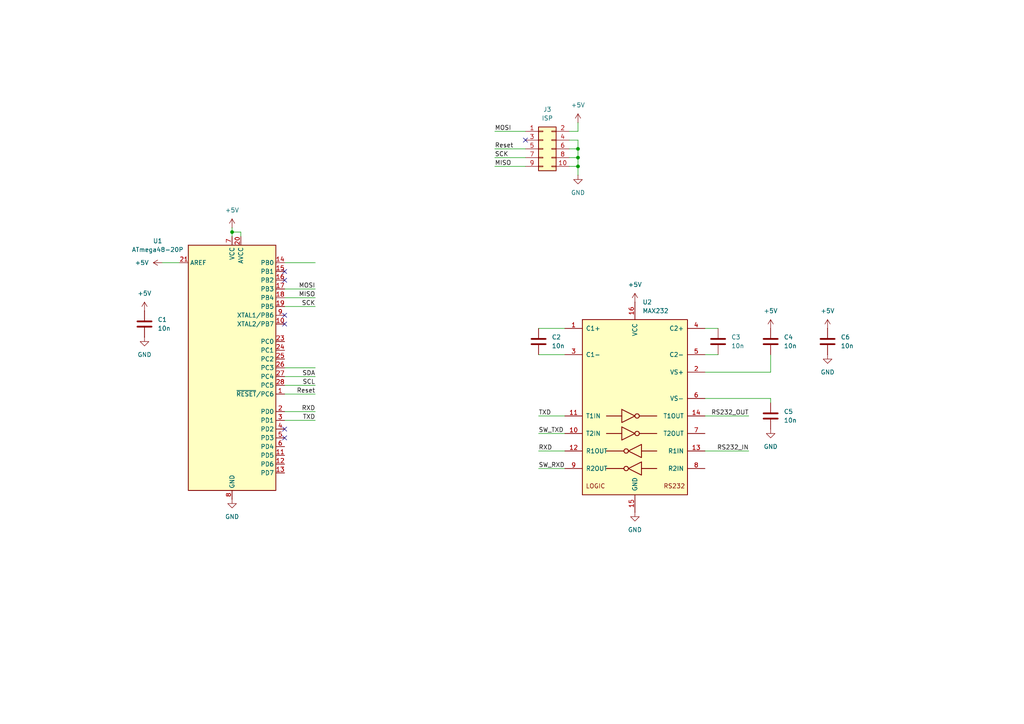
<source format=kicad_sch>
(kicad_sch
	(version 20231120)
	(generator "eeschema")
	(generator_version "8.0")
	(uuid "55dff723-8289-4dee-b481-22bc7e6454cb")
	(paper "A4")
	(lib_symbols
		(symbol "Connector_Generic:Conn_02x05_Odd_Even"
			(pin_names
				(offset 1.016) hide)
			(exclude_from_sim no)
			(in_bom yes)
			(on_board yes)
			(property "Reference" "J"
				(at 1.27 7.62 0)
				(effects
					(font
						(size 1.27 1.27)
					)
				)
			)
			(property "Value" "Conn_02x05_Odd_Even"
				(at 1.27 -7.62 0)
				(effects
					(font
						(size 1.27 1.27)
					)
				)
			)
			(property "Footprint" ""
				(at 0 0 0)
				(effects
					(font
						(size 1.27 1.27)
					)
					(hide yes)
				)
			)
			(property "Datasheet" "~"
				(at 0 0 0)
				(effects
					(font
						(size 1.27 1.27)
					)
					(hide yes)
				)
			)
			(property "Description" "Generic connector, double row, 02x05, odd/even pin numbering scheme (row 1 odd numbers, row 2 even numbers), script generated (kicad-library-utils/schlib/autogen/connector/)"
				(at 0 0 0)
				(effects
					(font
						(size 1.27 1.27)
					)
					(hide yes)
				)
			)
			(property "ki_keywords" "connector"
				(at 0 0 0)
				(effects
					(font
						(size 1.27 1.27)
					)
					(hide yes)
				)
			)
			(property "ki_fp_filters" "Connector*:*_2x??_*"
				(at 0 0 0)
				(effects
					(font
						(size 1.27 1.27)
					)
					(hide yes)
				)
			)
			(symbol "Conn_02x05_Odd_Even_1_1"
				(rectangle
					(start -1.27 -4.953)
					(end 0 -5.207)
					(stroke
						(width 0.1524)
						(type default)
					)
					(fill
						(type none)
					)
				)
				(rectangle
					(start -1.27 -2.413)
					(end 0 -2.667)
					(stroke
						(width 0.1524)
						(type default)
					)
					(fill
						(type none)
					)
				)
				(rectangle
					(start -1.27 0.127)
					(end 0 -0.127)
					(stroke
						(width 0.1524)
						(type default)
					)
					(fill
						(type none)
					)
				)
				(rectangle
					(start -1.27 2.667)
					(end 0 2.413)
					(stroke
						(width 0.1524)
						(type default)
					)
					(fill
						(type none)
					)
				)
				(rectangle
					(start -1.27 5.207)
					(end 0 4.953)
					(stroke
						(width 0.1524)
						(type default)
					)
					(fill
						(type none)
					)
				)
				(rectangle
					(start -1.27 6.35)
					(end 3.81 -6.35)
					(stroke
						(width 0.254)
						(type default)
					)
					(fill
						(type background)
					)
				)
				(rectangle
					(start 3.81 -4.953)
					(end 2.54 -5.207)
					(stroke
						(width 0.1524)
						(type default)
					)
					(fill
						(type none)
					)
				)
				(rectangle
					(start 3.81 -2.413)
					(end 2.54 -2.667)
					(stroke
						(width 0.1524)
						(type default)
					)
					(fill
						(type none)
					)
				)
				(rectangle
					(start 3.81 0.127)
					(end 2.54 -0.127)
					(stroke
						(width 0.1524)
						(type default)
					)
					(fill
						(type none)
					)
				)
				(rectangle
					(start 3.81 2.667)
					(end 2.54 2.413)
					(stroke
						(width 0.1524)
						(type default)
					)
					(fill
						(type none)
					)
				)
				(rectangle
					(start 3.81 5.207)
					(end 2.54 4.953)
					(stroke
						(width 0.1524)
						(type default)
					)
					(fill
						(type none)
					)
				)
				(pin passive line
					(at -5.08 5.08 0)
					(length 3.81)
					(name "Pin_1"
						(effects
							(font
								(size 1.27 1.27)
							)
						)
					)
					(number "1"
						(effects
							(font
								(size 1.27 1.27)
							)
						)
					)
				)
				(pin passive line
					(at 7.62 -5.08 180)
					(length 3.81)
					(name "Pin_10"
						(effects
							(font
								(size 1.27 1.27)
							)
						)
					)
					(number "10"
						(effects
							(font
								(size 1.27 1.27)
							)
						)
					)
				)
				(pin passive line
					(at 7.62 5.08 180)
					(length 3.81)
					(name "Pin_2"
						(effects
							(font
								(size 1.27 1.27)
							)
						)
					)
					(number "2"
						(effects
							(font
								(size 1.27 1.27)
							)
						)
					)
				)
				(pin passive line
					(at -5.08 2.54 0)
					(length 3.81)
					(name "Pin_3"
						(effects
							(font
								(size 1.27 1.27)
							)
						)
					)
					(number "3"
						(effects
							(font
								(size 1.27 1.27)
							)
						)
					)
				)
				(pin passive line
					(at 7.62 2.54 180)
					(length 3.81)
					(name "Pin_4"
						(effects
							(font
								(size 1.27 1.27)
							)
						)
					)
					(number "4"
						(effects
							(font
								(size 1.27 1.27)
							)
						)
					)
				)
				(pin passive line
					(at -5.08 0 0)
					(length 3.81)
					(name "Pin_5"
						(effects
							(font
								(size 1.27 1.27)
							)
						)
					)
					(number "5"
						(effects
							(font
								(size 1.27 1.27)
							)
						)
					)
				)
				(pin passive line
					(at 7.62 0 180)
					(length 3.81)
					(name "Pin_6"
						(effects
							(font
								(size 1.27 1.27)
							)
						)
					)
					(number "6"
						(effects
							(font
								(size 1.27 1.27)
							)
						)
					)
				)
				(pin passive line
					(at -5.08 -2.54 0)
					(length 3.81)
					(name "Pin_7"
						(effects
							(font
								(size 1.27 1.27)
							)
						)
					)
					(number "7"
						(effects
							(font
								(size 1.27 1.27)
							)
						)
					)
				)
				(pin passive line
					(at 7.62 -2.54 180)
					(length 3.81)
					(name "Pin_8"
						(effects
							(font
								(size 1.27 1.27)
							)
						)
					)
					(number "8"
						(effects
							(font
								(size 1.27 1.27)
							)
						)
					)
				)
				(pin passive line
					(at -5.08 -5.08 0)
					(length 3.81)
					(name "Pin_9"
						(effects
							(font
								(size 1.27 1.27)
							)
						)
					)
					(number "9"
						(effects
							(font
								(size 1.27 1.27)
							)
						)
					)
				)
			)
		)
		(symbol "Device:C"
			(pin_numbers hide)
			(pin_names
				(offset 0.254)
			)
			(exclude_from_sim no)
			(in_bom yes)
			(on_board yes)
			(property "Reference" "C"
				(at 0.635 2.54 0)
				(effects
					(font
						(size 1.27 1.27)
					)
					(justify left)
				)
			)
			(property "Value" "C"
				(at 0.635 -2.54 0)
				(effects
					(font
						(size 1.27 1.27)
					)
					(justify left)
				)
			)
			(property "Footprint" ""
				(at 0.9652 -3.81 0)
				(effects
					(font
						(size 1.27 1.27)
					)
					(hide yes)
				)
			)
			(property "Datasheet" "~"
				(at 0 0 0)
				(effects
					(font
						(size 1.27 1.27)
					)
					(hide yes)
				)
			)
			(property "Description" "Unpolarized capacitor"
				(at 0 0 0)
				(effects
					(font
						(size 1.27 1.27)
					)
					(hide yes)
				)
			)
			(property "ki_keywords" "cap capacitor"
				(at 0 0 0)
				(effects
					(font
						(size 1.27 1.27)
					)
					(hide yes)
				)
			)
			(property "ki_fp_filters" "C_*"
				(at 0 0 0)
				(effects
					(font
						(size 1.27 1.27)
					)
					(hide yes)
				)
			)
			(symbol "C_0_1"
				(polyline
					(pts
						(xy -2.032 -0.762) (xy 2.032 -0.762)
					)
					(stroke
						(width 0.508)
						(type default)
					)
					(fill
						(type none)
					)
				)
				(polyline
					(pts
						(xy -2.032 0.762) (xy 2.032 0.762)
					)
					(stroke
						(width 0.508)
						(type default)
					)
					(fill
						(type none)
					)
				)
			)
			(symbol "C_1_1"
				(pin passive line
					(at 0 3.81 270)
					(length 2.794)
					(name "~"
						(effects
							(font
								(size 1.27 1.27)
							)
						)
					)
					(number "1"
						(effects
							(font
								(size 1.27 1.27)
							)
						)
					)
				)
				(pin passive line
					(at 0 -3.81 90)
					(length 2.794)
					(name "~"
						(effects
							(font
								(size 1.27 1.27)
							)
						)
					)
					(number "2"
						(effects
							(font
								(size 1.27 1.27)
							)
						)
					)
				)
			)
		)
		(symbol "Interface_UART:MAX232"
			(pin_names
				(offset 1.016)
			)
			(exclude_from_sim no)
			(in_bom yes)
			(on_board yes)
			(property "Reference" "U"
				(at -2.54 28.575 0)
				(effects
					(font
						(size 1.27 1.27)
					)
					(justify right)
				)
			)
			(property "Value" "MAX232"
				(at -2.54 26.67 0)
				(effects
					(font
						(size 1.27 1.27)
					)
					(justify right)
				)
			)
			(property "Footprint" ""
				(at 1.27 -26.67 0)
				(effects
					(font
						(size 1.27 1.27)
					)
					(justify left)
					(hide yes)
				)
			)
			(property "Datasheet" "http://www.ti.com/lit/ds/symlink/max232.pdf"
				(at 0 2.54 0)
				(effects
					(font
						(size 1.27 1.27)
					)
					(hide yes)
				)
			)
			(property "Description" "Dual RS232 driver/receiver, 5V supply, 120kb/s, 0C-70C"
				(at 0 0 0)
				(effects
					(font
						(size 1.27 1.27)
					)
					(hide yes)
				)
			)
			(property "ki_keywords" "rs232 uart transceiver line-driver"
				(at 0 0 0)
				(effects
					(font
						(size 1.27 1.27)
					)
					(hide yes)
				)
			)
			(property "ki_fp_filters" "SOIC*P1.27mm* DIP*W7.62mm* TSSOP*4.4x5mm*P0.65mm*"
				(at 0 0 0)
				(effects
					(font
						(size 1.27 1.27)
					)
					(hide yes)
				)
			)
			(symbol "MAX232_0_0"
				(text "LOGIC"
					(at -11.43 -22.86 0)
					(effects
						(font
							(size 1.27 1.27)
						)
					)
				)
				(text "RS232"
					(at 11.43 -22.86 0)
					(effects
						(font
							(size 1.27 1.27)
						)
					)
				)
			)
			(symbol "MAX232_0_1"
				(rectangle
					(start -15.24 -25.4)
					(end 15.24 25.4)
					(stroke
						(width 0.254)
						(type default)
					)
					(fill
						(type background)
					)
				)
				(circle
					(center -2.54 -17.78)
					(radius 0.635)
					(stroke
						(width 0.254)
						(type default)
					)
					(fill
						(type none)
					)
				)
				(circle
					(center -2.54 -12.7)
					(radius 0.635)
					(stroke
						(width 0.254)
						(type default)
					)
					(fill
						(type none)
					)
				)
				(polyline
					(pts
						(xy -3.81 -7.62) (xy -8.255 -7.62)
					)
					(stroke
						(width 0.254)
						(type default)
					)
					(fill
						(type none)
					)
				)
				(polyline
					(pts
						(xy -3.81 -2.54) (xy -8.255 -2.54)
					)
					(stroke
						(width 0.254)
						(type default)
					)
					(fill
						(type none)
					)
				)
				(polyline
					(pts
						(xy -3.175 -17.78) (xy -8.255 -17.78)
					)
					(stroke
						(width 0.254)
						(type default)
					)
					(fill
						(type none)
					)
				)
				(polyline
					(pts
						(xy -3.175 -12.7) (xy -8.255 -12.7)
					)
					(stroke
						(width 0.254)
						(type default)
					)
					(fill
						(type none)
					)
				)
				(polyline
					(pts
						(xy 1.27 -7.62) (xy 6.35 -7.62)
					)
					(stroke
						(width 0.254)
						(type default)
					)
					(fill
						(type none)
					)
				)
				(polyline
					(pts
						(xy 1.27 -2.54) (xy 6.35 -2.54)
					)
					(stroke
						(width 0.254)
						(type default)
					)
					(fill
						(type none)
					)
				)
				(polyline
					(pts
						(xy 1.905 -17.78) (xy 6.35 -17.78)
					)
					(stroke
						(width 0.254)
						(type default)
					)
					(fill
						(type none)
					)
				)
				(polyline
					(pts
						(xy 1.905 -12.7) (xy 6.35 -12.7)
					)
					(stroke
						(width 0.254)
						(type default)
					)
					(fill
						(type none)
					)
				)
				(polyline
					(pts
						(xy -3.81 -5.715) (xy -3.81 -9.525) (xy 0 -7.62) (xy -3.81 -5.715)
					)
					(stroke
						(width 0.254)
						(type default)
					)
					(fill
						(type none)
					)
				)
				(polyline
					(pts
						(xy -3.81 -0.635) (xy -3.81 -4.445) (xy 0 -2.54) (xy -3.81 -0.635)
					)
					(stroke
						(width 0.254)
						(type default)
					)
					(fill
						(type none)
					)
				)
				(polyline
					(pts
						(xy 1.905 -15.875) (xy 1.905 -19.685) (xy -1.905 -17.78) (xy 1.905 -15.875)
					)
					(stroke
						(width 0.254)
						(type default)
					)
					(fill
						(type none)
					)
				)
				(polyline
					(pts
						(xy 1.905 -10.795) (xy 1.905 -14.605) (xy -1.905 -12.7) (xy 1.905 -10.795)
					)
					(stroke
						(width 0.254)
						(type default)
					)
					(fill
						(type none)
					)
				)
				(circle
					(center 0.635 -7.62)
					(radius 0.635)
					(stroke
						(width 0.254)
						(type default)
					)
					(fill
						(type none)
					)
				)
				(circle
					(center 0.635 -2.54)
					(radius 0.635)
					(stroke
						(width 0.254)
						(type default)
					)
					(fill
						(type none)
					)
				)
			)
			(symbol "MAX232_1_1"
				(pin passive line
					(at -20.32 22.86 0)
					(length 5.08)
					(name "C1+"
						(effects
							(font
								(size 1.27 1.27)
							)
						)
					)
					(number "1"
						(effects
							(font
								(size 1.27 1.27)
							)
						)
					)
				)
				(pin input line
					(at -20.32 -7.62 0)
					(length 5.08)
					(name "T2IN"
						(effects
							(font
								(size 1.27 1.27)
							)
						)
					)
					(number "10"
						(effects
							(font
								(size 1.27 1.27)
							)
						)
					)
				)
				(pin input line
					(at -20.32 -2.54 0)
					(length 5.08)
					(name "T1IN"
						(effects
							(font
								(size 1.27 1.27)
							)
						)
					)
					(number "11"
						(effects
							(font
								(size 1.27 1.27)
							)
						)
					)
				)
				(pin output line
					(at -20.32 -12.7 0)
					(length 5.08)
					(name "R1OUT"
						(effects
							(font
								(size 1.27 1.27)
							)
						)
					)
					(number "12"
						(effects
							(font
								(size 1.27 1.27)
							)
						)
					)
				)
				(pin input line
					(at 20.32 -12.7 180)
					(length 5.08)
					(name "R1IN"
						(effects
							(font
								(size 1.27 1.27)
							)
						)
					)
					(number "13"
						(effects
							(font
								(size 1.27 1.27)
							)
						)
					)
				)
				(pin output line
					(at 20.32 -2.54 180)
					(length 5.08)
					(name "T1OUT"
						(effects
							(font
								(size 1.27 1.27)
							)
						)
					)
					(number "14"
						(effects
							(font
								(size 1.27 1.27)
							)
						)
					)
				)
				(pin power_in line
					(at 0 -30.48 90)
					(length 5.08)
					(name "GND"
						(effects
							(font
								(size 1.27 1.27)
							)
						)
					)
					(number "15"
						(effects
							(font
								(size 1.27 1.27)
							)
						)
					)
				)
				(pin power_in line
					(at 0 30.48 270)
					(length 5.08)
					(name "VCC"
						(effects
							(font
								(size 1.27 1.27)
							)
						)
					)
					(number "16"
						(effects
							(font
								(size 1.27 1.27)
							)
						)
					)
				)
				(pin power_out line
					(at 20.32 10.16 180)
					(length 5.08)
					(name "VS+"
						(effects
							(font
								(size 1.27 1.27)
							)
						)
					)
					(number "2"
						(effects
							(font
								(size 1.27 1.27)
							)
						)
					)
				)
				(pin passive line
					(at -20.32 15.24 0)
					(length 5.08)
					(name "C1-"
						(effects
							(font
								(size 1.27 1.27)
							)
						)
					)
					(number "3"
						(effects
							(font
								(size 1.27 1.27)
							)
						)
					)
				)
				(pin passive line
					(at 20.32 22.86 180)
					(length 5.08)
					(name "C2+"
						(effects
							(font
								(size 1.27 1.27)
							)
						)
					)
					(number "4"
						(effects
							(font
								(size 1.27 1.27)
							)
						)
					)
				)
				(pin passive line
					(at 20.32 15.24 180)
					(length 5.08)
					(name "C2-"
						(effects
							(font
								(size 1.27 1.27)
							)
						)
					)
					(number "5"
						(effects
							(font
								(size 1.27 1.27)
							)
						)
					)
				)
				(pin power_out line
					(at 20.32 2.54 180)
					(length 5.08)
					(name "VS-"
						(effects
							(font
								(size 1.27 1.27)
							)
						)
					)
					(number "6"
						(effects
							(font
								(size 1.27 1.27)
							)
						)
					)
				)
				(pin output line
					(at 20.32 -7.62 180)
					(length 5.08)
					(name "T2OUT"
						(effects
							(font
								(size 1.27 1.27)
							)
						)
					)
					(number "7"
						(effects
							(font
								(size 1.27 1.27)
							)
						)
					)
				)
				(pin input line
					(at 20.32 -17.78 180)
					(length 5.08)
					(name "R2IN"
						(effects
							(font
								(size 1.27 1.27)
							)
						)
					)
					(number "8"
						(effects
							(font
								(size 1.27 1.27)
							)
						)
					)
				)
				(pin output line
					(at -20.32 -17.78 0)
					(length 5.08)
					(name "R2OUT"
						(effects
							(font
								(size 1.27 1.27)
							)
						)
					)
					(number "9"
						(effects
							(font
								(size 1.27 1.27)
							)
						)
					)
				)
			)
		)
		(symbol "MCU_Microchip_ATmega:ATmega48-20P"
			(exclude_from_sim no)
			(in_bom yes)
			(on_board yes)
			(property "Reference" "U"
				(at -12.7 36.83 0)
				(effects
					(font
						(size 1.27 1.27)
					)
					(justify left bottom)
				)
			)
			(property "Value" "ATmega48-20P"
				(at 2.54 -36.83 0)
				(effects
					(font
						(size 1.27 1.27)
					)
					(justify left top)
				)
			)
			(property "Footprint" "Package_DIP:DIP-28_W7.62mm"
				(at 0 0 0)
				(effects
					(font
						(size 1.27 1.27)
						(italic yes)
					)
					(hide yes)
				)
			)
			(property "Datasheet" "http://ww1.microchip.com/downloads/en/DeviceDoc/Atmel-2545-8-bit-AVR-Microcontroller-ATmega48-88-168_Datasheet.pdf"
				(at 0 0 0)
				(effects
					(font
						(size 1.27 1.27)
					)
					(hide yes)
				)
			)
			(property "Description" "20MHz, 4kB Flash, 512B SRAM, 256B EEPROM, DIP-28"
				(at 0 0 0)
				(effects
					(font
						(size 1.27 1.27)
					)
					(hide yes)
				)
			)
			(property "ki_keywords" "AVR 8bit Microcontroller MegaAVR"
				(at 0 0 0)
				(effects
					(font
						(size 1.27 1.27)
					)
					(hide yes)
				)
			)
			(property "ki_fp_filters" "DIP*W7.62mm*"
				(at 0 0 0)
				(effects
					(font
						(size 1.27 1.27)
					)
					(hide yes)
				)
			)
			(symbol "ATmega48-20P_0_1"
				(rectangle
					(start -12.7 -35.56)
					(end 12.7 35.56)
					(stroke
						(width 0.254)
						(type default)
					)
					(fill
						(type background)
					)
				)
			)
			(symbol "ATmega48-20P_1_1"
				(pin bidirectional line
					(at 15.24 -7.62 180)
					(length 2.54)
					(name "~{RESET}/PC6"
						(effects
							(font
								(size 1.27 1.27)
							)
						)
					)
					(number "1"
						(effects
							(font
								(size 1.27 1.27)
							)
						)
					)
				)
				(pin bidirectional line
					(at 15.24 12.7 180)
					(length 2.54)
					(name "XTAL2/PB7"
						(effects
							(font
								(size 1.27 1.27)
							)
						)
					)
					(number "10"
						(effects
							(font
								(size 1.27 1.27)
							)
						)
					)
				)
				(pin bidirectional line
					(at 15.24 -25.4 180)
					(length 2.54)
					(name "PD5"
						(effects
							(font
								(size 1.27 1.27)
							)
						)
					)
					(number "11"
						(effects
							(font
								(size 1.27 1.27)
							)
						)
					)
				)
				(pin bidirectional line
					(at 15.24 -27.94 180)
					(length 2.54)
					(name "PD6"
						(effects
							(font
								(size 1.27 1.27)
							)
						)
					)
					(number "12"
						(effects
							(font
								(size 1.27 1.27)
							)
						)
					)
				)
				(pin bidirectional line
					(at 15.24 -30.48 180)
					(length 2.54)
					(name "PD7"
						(effects
							(font
								(size 1.27 1.27)
							)
						)
					)
					(number "13"
						(effects
							(font
								(size 1.27 1.27)
							)
						)
					)
				)
				(pin bidirectional line
					(at 15.24 30.48 180)
					(length 2.54)
					(name "PB0"
						(effects
							(font
								(size 1.27 1.27)
							)
						)
					)
					(number "14"
						(effects
							(font
								(size 1.27 1.27)
							)
						)
					)
				)
				(pin bidirectional line
					(at 15.24 27.94 180)
					(length 2.54)
					(name "PB1"
						(effects
							(font
								(size 1.27 1.27)
							)
						)
					)
					(number "15"
						(effects
							(font
								(size 1.27 1.27)
							)
						)
					)
				)
				(pin bidirectional line
					(at 15.24 25.4 180)
					(length 2.54)
					(name "PB2"
						(effects
							(font
								(size 1.27 1.27)
							)
						)
					)
					(number "16"
						(effects
							(font
								(size 1.27 1.27)
							)
						)
					)
				)
				(pin bidirectional line
					(at 15.24 22.86 180)
					(length 2.54)
					(name "PB3"
						(effects
							(font
								(size 1.27 1.27)
							)
						)
					)
					(number "17"
						(effects
							(font
								(size 1.27 1.27)
							)
						)
					)
				)
				(pin bidirectional line
					(at 15.24 20.32 180)
					(length 2.54)
					(name "PB4"
						(effects
							(font
								(size 1.27 1.27)
							)
						)
					)
					(number "18"
						(effects
							(font
								(size 1.27 1.27)
							)
						)
					)
				)
				(pin bidirectional line
					(at 15.24 17.78 180)
					(length 2.54)
					(name "PB5"
						(effects
							(font
								(size 1.27 1.27)
							)
						)
					)
					(number "19"
						(effects
							(font
								(size 1.27 1.27)
							)
						)
					)
				)
				(pin bidirectional line
					(at 15.24 -12.7 180)
					(length 2.54)
					(name "PD0"
						(effects
							(font
								(size 1.27 1.27)
							)
						)
					)
					(number "2"
						(effects
							(font
								(size 1.27 1.27)
							)
						)
					)
				)
				(pin power_in line
					(at 2.54 38.1 270)
					(length 2.54)
					(name "AVCC"
						(effects
							(font
								(size 1.27 1.27)
							)
						)
					)
					(number "20"
						(effects
							(font
								(size 1.27 1.27)
							)
						)
					)
				)
				(pin passive line
					(at -15.24 30.48 0)
					(length 2.54)
					(name "AREF"
						(effects
							(font
								(size 1.27 1.27)
							)
						)
					)
					(number "21"
						(effects
							(font
								(size 1.27 1.27)
							)
						)
					)
				)
				(pin passive line
					(at 0 -38.1 90)
					(length 2.54) hide
					(name "GND"
						(effects
							(font
								(size 1.27 1.27)
							)
						)
					)
					(number "22"
						(effects
							(font
								(size 1.27 1.27)
							)
						)
					)
				)
				(pin bidirectional line
					(at 15.24 7.62 180)
					(length 2.54)
					(name "PC0"
						(effects
							(font
								(size 1.27 1.27)
							)
						)
					)
					(number "23"
						(effects
							(font
								(size 1.27 1.27)
							)
						)
					)
				)
				(pin bidirectional line
					(at 15.24 5.08 180)
					(length 2.54)
					(name "PC1"
						(effects
							(font
								(size 1.27 1.27)
							)
						)
					)
					(number "24"
						(effects
							(font
								(size 1.27 1.27)
							)
						)
					)
				)
				(pin bidirectional line
					(at 15.24 2.54 180)
					(length 2.54)
					(name "PC2"
						(effects
							(font
								(size 1.27 1.27)
							)
						)
					)
					(number "25"
						(effects
							(font
								(size 1.27 1.27)
							)
						)
					)
				)
				(pin bidirectional line
					(at 15.24 0 180)
					(length 2.54)
					(name "PC3"
						(effects
							(font
								(size 1.27 1.27)
							)
						)
					)
					(number "26"
						(effects
							(font
								(size 1.27 1.27)
							)
						)
					)
				)
				(pin bidirectional line
					(at 15.24 -2.54 180)
					(length 2.54)
					(name "PC4"
						(effects
							(font
								(size 1.27 1.27)
							)
						)
					)
					(number "27"
						(effects
							(font
								(size 1.27 1.27)
							)
						)
					)
				)
				(pin bidirectional line
					(at 15.24 -5.08 180)
					(length 2.54)
					(name "PC5"
						(effects
							(font
								(size 1.27 1.27)
							)
						)
					)
					(number "28"
						(effects
							(font
								(size 1.27 1.27)
							)
						)
					)
				)
				(pin bidirectional line
					(at 15.24 -15.24 180)
					(length 2.54)
					(name "PD1"
						(effects
							(font
								(size 1.27 1.27)
							)
						)
					)
					(number "3"
						(effects
							(font
								(size 1.27 1.27)
							)
						)
					)
				)
				(pin bidirectional line
					(at 15.24 -17.78 180)
					(length 2.54)
					(name "PD2"
						(effects
							(font
								(size 1.27 1.27)
							)
						)
					)
					(number "4"
						(effects
							(font
								(size 1.27 1.27)
							)
						)
					)
				)
				(pin bidirectional line
					(at 15.24 -20.32 180)
					(length 2.54)
					(name "PD3"
						(effects
							(font
								(size 1.27 1.27)
							)
						)
					)
					(number "5"
						(effects
							(font
								(size 1.27 1.27)
							)
						)
					)
				)
				(pin bidirectional line
					(at 15.24 -22.86 180)
					(length 2.54)
					(name "PD4"
						(effects
							(font
								(size 1.27 1.27)
							)
						)
					)
					(number "6"
						(effects
							(font
								(size 1.27 1.27)
							)
						)
					)
				)
				(pin power_in line
					(at 0 38.1 270)
					(length 2.54)
					(name "VCC"
						(effects
							(font
								(size 1.27 1.27)
							)
						)
					)
					(number "7"
						(effects
							(font
								(size 1.27 1.27)
							)
						)
					)
				)
				(pin power_in line
					(at 0 -38.1 90)
					(length 2.54)
					(name "GND"
						(effects
							(font
								(size 1.27 1.27)
							)
						)
					)
					(number "8"
						(effects
							(font
								(size 1.27 1.27)
							)
						)
					)
				)
				(pin bidirectional line
					(at 15.24 15.24 180)
					(length 2.54)
					(name "XTAL1/PB6"
						(effects
							(font
								(size 1.27 1.27)
							)
						)
					)
					(number "9"
						(effects
							(font
								(size 1.27 1.27)
							)
						)
					)
				)
			)
		)
		(symbol "power:+5V"
			(power)
			(pin_numbers hide)
			(pin_names
				(offset 0) hide)
			(exclude_from_sim no)
			(in_bom yes)
			(on_board yes)
			(property "Reference" "#PWR"
				(at 0 -3.81 0)
				(effects
					(font
						(size 1.27 1.27)
					)
					(hide yes)
				)
			)
			(property "Value" "+5V"
				(at 0 3.556 0)
				(effects
					(font
						(size 1.27 1.27)
					)
				)
			)
			(property "Footprint" ""
				(at 0 0 0)
				(effects
					(font
						(size 1.27 1.27)
					)
					(hide yes)
				)
			)
			(property "Datasheet" ""
				(at 0 0 0)
				(effects
					(font
						(size 1.27 1.27)
					)
					(hide yes)
				)
			)
			(property "Description" "Power symbol creates a global label with name \"+5V\""
				(at 0 0 0)
				(effects
					(font
						(size 1.27 1.27)
					)
					(hide yes)
				)
			)
			(property "ki_keywords" "global power"
				(at 0 0 0)
				(effects
					(font
						(size 1.27 1.27)
					)
					(hide yes)
				)
			)
			(symbol "+5V_0_1"
				(polyline
					(pts
						(xy -0.762 1.27) (xy 0 2.54)
					)
					(stroke
						(width 0)
						(type default)
					)
					(fill
						(type none)
					)
				)
				(polyline
					(pts
						(xy 0 0) (xy 0 2.54)
					)
					(stroke
						(width 0)
						(type default)
					)
					(fill
						(type none)
					)
				)
				(polyline
					(pts
						(xy 0 2.54) (xy 0.762 1.27)
					)
					(stroke
						(width 0)
						(type default)
					)
					(fill
						(type none)
					)
				)
			)
			(symbol "+5V_1_1"
				(pin power_in line
					(at 0 0 90)
					(length 0)
					(name "~"
						(effects
							(font
								(size 1.27 1.27)
							)
						)
					)
					(number "1"
						(effects
							(font
								(size 1.27 1.27)
							)
						)
					)
				)
			)
		)
		(symbol "power:GND"
			(power)
			(pin_numbers hide)
			(pin_names
				(offset 0) hide)
			(exclude_from_sim no)
			(in_bom yes)
			(on_board yes)
			(property "Reference" "#PWR"
				(at 0 -6.35 0)
				(effects
					(font
						(size 1.27 1.27)
					)
					(hide yes)
				)
			)
			(property "Value" "GND"
				(at 0 -3.81 0)
				(effects
					(font
						(size 1.27 1.27)
					)
				)
			)
			(property "Footprint" ""
				(at 0 0 0)
				(effects
					(font
						(size 1.27 1.27)
					)
					(hide yes)
				)
			)
			(property "Datasheet" ""
				(at 0 0 0)
				(effects
					(font
						(size 1.27 1.27)
					)
					(hide yes)
				)
			)
			(property "Description" "Power symbol creates a global label with name \"GND\" , ground"
				(at 0 0 0)
				(effects
					(font
						(size 1.27 1.27)
					)
					(hide yes)
				)
			)
			(property "ki_keywords" "global power"
				(at 0 0 0)
				(effects
					(font
						(size 1.27 1.27)
					)
					(hide yes)
				)
			)
			(symbol "GND_0_1"
				(polyline
					(pts
						(xy 0 0) (xy 0 -1.27) (xy 1.27 -1.27) (xy 0 -2.54) (xy -1.27 -1.27) (xy 0 -1.27)
					)
					(stroke
						(width 0)
						(type default)
					)
					(fill
						(type none)
					)
				)
			)
			(symbol "GND_1_1"
				(pin power_in line
					(at 0 0 270)
					(length 0)
					(name "~"
						(effects
							(font
								(size 1.27 1.27)
							)
						)
					)
					(number "1"
						(effects
							(font
								(size 1.27 1.27)
							)
						)
					)
				)
			)
		)
	)
	(junction
		(at 167.64 45.72)
		(diameter 0)
		(color 0 0 0 0)
		(uuid "1a9fcd2d-4193-4202-aa8d-430a24311d4d")
	)
	(junction
		(at 167.64 43.18)
		(diameter 0)
		(color 0 0 0 0)
		(uuid "43bbe4d2-e903-4e08-bcc7-a95086958739")
	)
	(junction
		(at 167.64 48.26)
		(diameter 0)
		(color 0 0 0 0)
		(uuid "68f1c230-7f1f-48e3-b070-ed43805d0e3c")
	)
	(junction
		(at 67.31 67.31)
		(diameter 0)
		(color 0 0 0 0)
		(uuid "d438b2ea-bb79-4353-9db3-bbd82f99348a")
	)
	(no_connect
		(at 82.55 124.46)
		(uuid "19bb2e1f-50b7-45a5-9eff-069bfbeef3a0")
	)
	(no_connect
		(at 82.55 78.74)
		(uuid "45064077-54df-4537-9950-a28c8d216081")
	)
	(no_connect
		(at 82.55 91.44)
		(uuid "721b161f-d0f8-4545-8df4-647800be7b4e")
	)
	(no_connect
		(at 152.4 40.64)
		(uuid "81d2a131-d82e-4971-a86a-425b0c021135")
	)
	(no_connect
		(at 82.55 127)
		(uuid "b545874c-bca2-4b1c-a722-ce2af9c36cbd")
	)
	(no_connect
		(at 82.55 93.98)
		(uuid "bcd54ba4-daa6-4496-aec8-7f74dfd46c4e")
	)
	(no_connect
		(at 82.55 81.28)
		(uuid "ee7f2716-abe7-4a8f-9fe0-df831e992771")
	)
	(wire
		(pts
			(xy 156.21 125.73) (xy 163.83 125.73)
		)
		(stroke
			(width 0)
			(type default)
		)
		(uuid "05c2e526-b7a3-4426-b85b-e0c63ee3c455")
	)
	(wire
		(pts
			(xy 82.55 86.36) (xy 91.44 86.36)
		)
		(stroke
			(width 0)
			(type default)
		)
		(uuid "0b895aec-0887-428d-a521-758938754b1d")
	)
	(wire
		(pts
			(xy 204.47 130.81) (xy 217.17 130.81)
		)
		(stroke
			(width 0)
			(type default)
		)
		(uuid "0e90b0f5-eeda-469b-87a6-48827ade2ea5")
	)
	(wire
		(pts
			(xy 204.47 120.65) (xy 217.17 120.65)
		)
		(stroke
			(width 0)
			(type default)
		)
		(uuid "15878f14-c61f-48f9-a61a-01a249b5e4f3")
	)
	(wire
		(pts
			(xy 67.31 67.31) (xy 67.31 68.58)
		)
		(stroke
			(width 0)
			(type default)
		)
		(uuid "2054f9c3-05ad-4eff-a1f1-6baa9f32965b")
	)
	(wire
		(pts
			(xy 143.51 48.26) (xy 152.4 48.26)
		)
		(stroke
			(width 0)
			(type default)
		)
		(uuid "2694b32c-be5f-482a-bbd1-a8e4b0a4ebe4")
	)
	(wire
		(pts
			(xy 165.1 45.72) (xy 167.64 45.72)
		)
		(stroke
			(width 0)
			(type default)
		)
		(uuid "2b4cf95f-ec4c-4292-867a-04173643ce21")
	)
	(wire
		(pts
			(xy 82.55 88.9) (xy 91.44 88.9)
		)
		(stroke
			(width 0)
			(type default)
		)
		(uuid "2cca674f-92f1-462b-b367-d8782ae02688")
	)
	(wire
		(pts
			(xy 165.1 43.18) (xy 167.64 43.18)
		)
		(stroke
			(width 0)
			(type default)
		)
		(uuid "34b5e1e2-943a-4a3d-ae84-493e52f1523e")
	)
	(wire
		(pts
			(xy 82.55 83.82) (xy 91.44 83.82)
		)
		(stroke
			(width 0)
			(type default)
		)
		(uuid "3870f4e7-d72b-48fd-87d4-0029981507e7")
	)
	(wire
		(pts
			(xy 69.85 67.31) (xy 67.31 67.31)
		)
		(stroke
			(width 0)
			(type default)
		)
		(uuid "3a18dd3a-aecf-4544-9826-2e2525b56c48")
	)
	(wire
		(pts
			(xy 167.64 40.64) (xy 167.64 43.18)
		)
		(stroke
			(width 0)
			(type default)
		)
		(uuid "3b693388-f08f-43c6-8d76-64ea9b5c09a0")
	)
	(wire
		(pts
			(xy 156.21 95.25) (xy 163.83 95.25)
		)
		(stroke
			(width 0)
			(type default)
		)
		(uuid "3cd4ab0b-eb8c-4cce-be23-314d59fcd5d6")
	)
	(wire
		(pts
			(xy 156.21 102.87) (xy 163.83 102.87)
		)
		(stroke
			(width 0)
			(type default)
		)
		(uuid "4d6fe33b-7af6-4f1c-89a3-d03ee7e4e7ce")
	)
	(wire
		(pts
			(xy 167.64 38.1) (xy 165.1 38.1)
		)
		(stroke
			(width 0)
			(type default)
		)
		(uuid "4e8cd8fd-87c2-4d5f-8c28-ab8d07f77078")
	)
	(wire
		(pts
			(xy 67.31 66.04) (xy 67.31 67.31)
		)
		(stroke
			(width 0)
			(type default)
		)
		(uuid "5018d9d5-6371-4f3c-a3c8-31b5428dcd6e")
	)
	(wire
		(pts
			(xy 167.64 43.18) (xy 167.64 45.72)
		)
		(stroke
			(width 0)
			(type default)
		)
		(uuid "51498422-bfff-43c0-8807-2df2c6a3c47b")
	)
	(wire
		(pts
			(xy 156.21 135.89) (xy 163.83 135.89)
		)
		(stroke
			(width 0)
			(type default)
		)
		(uuid "61de7a7f-5ca5-4ccf-b1d4-06f36e35ea2e")
	)
	(wire
		(pts
			(xy 82.55 109.22) (xy 91.44 109.22)
		)
		(stroke
			(width 0)
			(type default)
		)
		(uuid "62e91a99-fde5-47e8-a842-1ad38e2547cb")
	)
	(wire
		(pts
			(xy 82.55 119.38) (xy 91.44 119.38)
		)
		(stroke
			(width 0)
			(type default)
		)
		(uuid "68e751d3-de35-4668-bc14-dbeb8c64da38")
	)
	(wire
		(pts
			(xy 165.1 40.64) (xy 167.64 40.64)
		)
		(stroke
			(width 0)
			(type default)
		)
		(uuid "74b4783a-0369-4146-a141-dd0a27fac7f1")
	)
	(wire
		(pts
			(xy 143.51 38.1) (xy 152.4 38.1)
		)
		(stroke
			(width 0)
			(type default)
		)
		(uuid "784ce415-f23a-4e95-af8d-ffa8ae4d7ac9")
	)
	(wire
		(pts
			(xy 82.55 106.68) (xy 91.44 106.68)
		)
		(stroke
			(width 0)
			(type default)
		)
		(uuid "80d088e5-d4d0-4930-be89-38b492c0034c")
	)
	(wire
		(pts
			(xy 143.51 45.72) (xy 152.4 45.72)
		)
		(stroke
			(width 0)
			(type default)
		)
		(uuid "821b9cf2-81f7-4b19-a8bd-e49ea4dc9179")
	)
	(wire
		(pts
			(xy 69.85 68.58) (xy 69.85 67.31)
		)
		(stroke
			(width 0)
			(type default)
		)
		(uuid "922896ca-75e0-4117-9b7f-0b107155ba11")
	)
	(wire
		(pts
			(xy 223.52 107.95) (xy 223.52 102.87)
		)
		(stroke
			(width 0)
			(type default)
		)
		(uuid "93c37cd6-b92f-47db-a4b2-cca59f82a327")
	)
	(wire
		(pts
			(xy 46.99 76.2) (xy 52.07 76.2)
		)
		(stroke
			(width 0)
			(type default)
		)
		(uuid "96defb8f-af71-4524-971a-6b4c21a1bc34")
	)
	(wire
		(pts
			(xy 82.55 76.2) (xy 91.44 76.2)
		)
		(stroke
			(width 0)
			(type default)
		)
		(uuid "9a5a67af-b6d9-4e1c-8398-1fcdd223413c")
	)
	(wire
		(pts
			(xy 204.47 102.87) (xy 208.28 102.87)
		)
		(stroke
			(width 0)
			(type default)
		)
		(uuid "9e82331f-89dc-4487-9f26-f15e9beeb1f7")
	)
	(wire
		(pts
			(xy 204.47 115.57) (xy 223.52 115.57)
		)
		(stroke
			(width 0)
			(type default)
		)
		(uuid "a1362eba-3a0a-4454-a115-1609ac471b1e")
	)
	(wire
		(pts
			(xy 223.52 115.57) (xy 223.52 116.84)
		)
		(stroke
			(width 0)
			(type default)
		)
		(uuid "a301f96f-da87-4b2a-9893-1577b14f84f6")
	)
	(wire
		(pts
			(xy 156.21 130.81) (xy 163.83 130.81)
		)
		(stroke
			(width 0)
			(type default)
		)
		(uuid "a3fac9c3-dbcb-4df6-8ce3-3ef8bf5933dd")
	)
	(wire
		(pts
			(xy 82.55 121.92) (xy 91.44 121.92)
		)
		(stroke
			(width 0)
			(type default)
		)
		(uuid "ae03230e-7fd1-442e-a315-12676ae23da3")
	)
	(wire
		(pts
			(xy 204.47 107.95) (xy 223.52 107.95)
		)
		(stroke
			(width 0)
			(type default)
		)
		(uuid "b0c90154-7baf-4eff-b94a-a06cba6046e7")
	)
	(wire
		(pts
			(xy 156.21 120.65) (xy 163.83 120.65)
		)
		(stroke
			(width 0)
			(type default)
		)
		(uuid "b26e2d95-6d99-4c6f-bc74-96cac4bcc7cf")
	)
	(wire
		(pts
			(xy 167.64 48.26) (xy 167.64 50.8)
		)
		(stroke
			(width 0)
			(type default)
		)
		(uuid "b418be6a-8525-455b-89ba-9b44c0956f05")
	)
	(wire
		(pts
			(xy 165.1 48.26) (xy 167.64 48.26)
		)
		(stroke
			(width 0)
			(type default)
		)
		(uuid "b7f6adb7-e2b7-493c-ac87-d51bd2a789ae")
	)
	(wire
		(pts
			(xy 143.51 43.18) (xy 152.4 43.18)
		)
		(stroke
			(width 0)
			(type default)
		)
		(uuid "b9676b6c-6d02-4b38-9edd-7058873a6244")
	)
	(wire
		(pts
			(xy 167.64 35.56) (xy 167.64 38.1)
		)
		(stroke
			(width 0)
			(type default)
		)
		(uuid "c3b18e92-f110-4a82-8916-66b5294ef2c1")
	)
	(wire
		(pts
			(xy 204.47 95.25) (xy 208.28 95.25)
		)
		(stroke
			(width 0)
			(type default)
		)
		(uuid "dc21d73e-1de1-4ef6-aa4f-4b2261d2f932")
	)
	(wire
		(pts
			(xy 167.64 45.72) (xy 167.64 48.26)
		)
		(stroke
			(width 0)
			(type default)
		)
		(uuid "e821ae0a-bcd4-4668-91e7-e296c75ef6cc")
	)
	(wire
		(pts
			(xy 82.55 111.76) (xy 91.44 111.76)
		)
		(stroke
			(width 0)
			(type default)
		)
		(uuid "f379af02-d25b-4c8a-abfd-095a433d9713")
	)
	(wire
		(pts
			(xy 82.55 114.3) (xy 91.44 114.3)
		)
		(stroke
			(width 0)
			(type default)
		)
		(uuid "ff7f5763-bb6d-47a7-abca-f8b3e36e345d")
	)
	(label "RXD"
		(at 91.44 119.38 180)
		(fields_autoplaced yes)
		(effects
			(font
				(size 1.27 1.27)
			)
			(justify right bottom)
		)
		(uuid "0769b740-0fc2-4a93-b01f-d78d7435fa7d")
	)
	(label "RS232_IN"
		(at 217.17 130.81 180)
		(fields_autoplaced yes)
		(effects
			(font
				(size 1.27 1.27)
			)
			(justify right bottom)
		)
		(uuid "0f7a5a23-bda1-432d-975e-b826541a2320")
	)
	(label "SW_TXD"
		(at 156.21 125.73 0)
		(fields_autoplaced yes)
		(effects
			(font
				(size 1.27 1.27)
			)
			(justify left bottom)
		)
		(uuid "3256edbd-090f-4834-9957-1da1939d481d")
	)
	(label "Reset"
		(at 91.44 114.3 180)
		(fields_autoplaced yes)
		(effects
			(font
				(size 1.27 1.27)
			)
			(justify right bottom)
		)
		(uuid "3c824340-c758-47f0-b63f-e08c112e8d88")
	)
	(label "RXD"
		(at 156.21 130.81 0)
		(fields_autoplaced yes)
		(effects
			(font
				(size 1.27 1.27)
			)
			(justify left bottom)
		)
		(uuid "5ef04b7a-4f75-4bea-bc1c-f970f5ea2bd8")
	)
	(label "MISO"
		(at 91.44 86.36 180)
		(fields_autoplaced yes)
		(effects
			(font
				(size 1.27 1.27)
			)
			(justify right bottom)
		)
		(uuid "75f526ef-36a9-4e9b-a1cd-f5fbe838e9e1")
	)
	(label "Reset"
		(at 143.51 43.18 0)
		(fields_autoplaced yes)
		(effects
			(font
				(size 1.27 1.27)
			)
			(justify left bottom)
		)
		(uuid "7918d820-4c04-4a59-8a17-e9532a49517e")
	)
	(label "MISO"
		(at 143.51 48.26 0)
		(fields_autoplaced yes)
		(effects
			(font
				(size 1.27 1.27)
			)
			(justify left bottom)
		)
		(uuid "7b339bf4-26a7-43c3-bdec-2b76f115b393")
	)
	(label "TXD"
		(at 156.21 120.65 0)
		(fields_autoplaced yes)
		(effects
			(font
				(size 1.27 1.27)
			)
			(justify left bottom)
		)
		(uuid "845f35b3-dbc6-4098-a416-5961a4382e19")
	)
	(label "MOSI"
		(at 91.44 83.82 180)
		(fields_autoplaced yes)
		(effects
			(font
				(size 1.27 1.27)
			)
			(justify right bottom)
		)
		(uuid "a3e484b4-1815-485f-8b8e-add9ff860fdc")
	)
	(label "SCK"
		(at 143.51 45.72 0)
		(fields_autoplaced yes)
		(effects
			(font
				(size 1.27 1.27)
			)
			(justify left bottom)
		)
		(uuid "a49f7db5-c026-4704-9ee7-89dfdacf01dd")
	)
	(label "MOSI"
		(at 143.51 38.1 0)
		(fields_autoplaced yes)
		(effects
			(font
				(size 1.27 1.27)
			)
			(justify left bottom)
		)
		(uuid "a605a595-c443-49d0-9c49-97c836a177de")
	)
	(label "RS232_OUT"
		(at 217.17 120.65 180)
		(fields_autoplaced yes)
		(effects
			(font
				(size 1.27 1.27)
			)
			(justify right bottom)
		)
		(uuid "b0427647-db10-4bb9-a45e-1f2c322f4429")
	)
	(label "SW_RXD"
		(at 156.21 135.89 0)
		(fields_autoplaced yes)
		(effects
			(font
				(size 1.27 1.27)
			)
			(justify left bottom)
		)
		(uuid "b4940787-7b29-4d86-9340-c36dc02e17c8")
	)
	(label "SDA"
		(at 91.44 109.22 180)
		(fields_autoplaced yes)
		(effects
			(font
				(size 1.27 1.27)
			)
			(justify right bottom)
		)
		(uuid "c19f38f2-c2e5-4afe-9905-8476ce3b5084")
	)
	(label "SCK"
		(at 91.44 88.9 180)
		(fields_autoplaced yes)
		(effects
			(font
				(size 1.27 1.27)
			)
			(justify right bottom)
		)
		(uuid "cc9993eb-b4d4-4fad-972e-f1a9d0c2bfbd")
	)
	(label "TXD"
		(at 91.44 121.92 180)
		(fields_autoplaced yes)
		(effects
			(font
				(size 1.27 1.27)
			)
			(justify right bottom)
		)
		(uuid "d981df20-c636-4b58-bcc5-f9a53772c8f6")
	)
	(label "SCL"
		(at 91.44 111.76 180)
		(fields_autoplaced yes)
		(effects
			(font
				(size 1.27 1.27)
			)
			(justify right bottom)
		)
		(uuid "f7358dda-05a3-405b-b6a3-0958829dda73")
	)
	(symbol
		(lib_id "Device:C")
		(at 156.21 99.06 0)
		(unit 1)
		(exclude_from_sim no)
		(in_bom yes)
		(on_board yes)
		(dnp no)
		(fields_autoplaced yes)
		(uuid "003c428c-d9e5-4a8d-9764-602be671ae69")
		(property "Reference" "C2"
			(at 160.02 97.7899 0)
			(effects
				(font
					(size 1.27 1.27)
				)
				(justify left)
			)
		)
		(property "Value" "10n"
			(at 160.02 100.3299 0)
			(effects
				(font
					(size 1.27 1.27)
				)
				(justify left)
			)
		)
		(property "Footprint" "Capacitor_THT:C_Disc_D3.4mm_W2.1mm_P2.50mm"
			(at 157.1752 102.87 0)
			(effects
				(font
					(size 1.27 1.27)
				)
				(hide yes)
			)
		)
		(property "Datasheet" "~"
			(at 156.21 99.06 0)
			(effects
				(font
					(size 1.27 1.27)
				)
				(hide yes)
			)
		)
		(property "Description" "Unpolarized capacitor"
			(at 156.21 99.06 0)
			(effects
				(font
					(size 1.27 1.27)
				)
				(hide yes)
			)
		)
		(pin "2"
			(uuid "34778486-f735-4f7f-bc73-cedbaddbc03b")
		)
		(pin "1"
			(uuid "aab66a8a-457e-4442-873d-14dcfe76ac26")
		)
		(instances
			(project "FancyController"
				(path "/55dff723-8289-4dee-b481-22bc7e6454cb"
					(reference "C2")
					(unit 1)
				)
			)
		)
	)
	(symbol
		(lib_id "Connector_Generic:Conn_02x05_Odd_Even")
		(at 157.48 43.18 0)
		(unit 1)
		(exclude_from_sim no)
		(in_bom yes)
		(on_board yes)
		(dnp no)
		(fields_autoplaced yes)
		(uuid "099684af-e6bd-43c8-aa8c-b178bc247fb6")
		(property "Reference" "J3"
			(at 158.75 31.75 0)
			(effects
				(font
					(size 1.27 1.27)
				)
			)
		)
		(property "Value" "ISP"
			(at 158.75 34.29 0)
			(effects
				(font
					(size 1.27 1.27)
				)
			)
		)
		(property "Footprint" "Connector_IDC:IDC-Header_2x05_P2.54mm_Horizontal"
			(at 157.48 43.18 0)
			(effects
				(font
					(size 1.27 1.27)
				)
				(hide yes)
			)
		)
		(property "Datasheet" "~"
			(at 157.48 43.18 0)
			(effects
				(font
					(size 1.27 1.27)
				)
				(hide yes)
			)
		)
		(property "Description" "Generic connector, double row, 02x05, odd/even pin numbering scheme (row 1 odd numbers, row 2 even numbers), script generated (kicad-library-utils/schlib/autogen/connector/)"
			(at 157.48 43.18 0)
			(effects
				(font
					(size 1.27 1.27)
				)
				(hide yes)
			)
		)
		(pin "7"
			(uuid "52a39a0d-e647-4a05-809d-5c5d63ecb413")
		)
		(pin "6"
			(uuid "1e51a728-cc02-4b69-9224-4886f7f5874d")
		)
		(pin "5"
			(uuid "5738fcc5-3d47-4844-8a1a-9f1585cd3bf1")
		)
		(pin "1"
			(uuid "e10b8c3d-6cdb-4eb2-9369-ef4098ab7db2")
		)
		(pin "9"
			(uuid "c28be30c-4adb-400d-b993-93f0595c98ae")
		)
		(pin "3"
			(uuid "22cf52f6-cd6b-4021-a86b-148ad99ea480")
		)
		(pin "4"
			(uuid "3c63103a-a964-49a3-9085-ceab44689335")
		)
		(pin "2"
			(uuid "57885292-3af5-4fc3-9a45-5bdda9ff63c4")
		)
		(pin "10"
			(uuid "4b31151c-be81-4134-bd85-3ff96c594409")
		)
		(pin "8"
			(uuid "6f98af3a-ca8e-4c23-ac86-58e5d314c3aa")
		)
		(instances
			(project "FancyController"
				(path "/55dff723-8289-4dee-b481-22bc7e6454cb"
					(reference "J3")
					(unit 1)
				)
			)
		)
	)
	(symbol
		(lib_id "power:+5V")
		(at 46.99 76.2 90)
		(unit 1)
		(exclude_from_sim no)
		(in_bom yes)
		(on_board yes)
		(dnp no)
		(fields_autoplaced yes)
		(uuid "168c8dc1-3c6a-44f0-b444-50f630d51809")
		(property "Reference" "#PWR03"
			(at 50.8 76.2 0)
			(effects
				(font
					(size 1.27 1.27)
				)
				(hide yes)
			)
		)
		(property "Value" "+5V"
			(at 43.18 76.1999 90)
			(effects
				(font
					(size 1.27 1.27)
				)
				(justify left)
			)
		)
		(property "Footprint" ""
			(at 46.99 76.2 0)
			(effects
				(font
					(size 1.27 1.27)
				)
				(hide yes)
			)
		)
		(property "Datasheet" ""
			(at 46.99 76.2 0)
			(effects
				(font
					(size 1.27 1.27)
				)
				(hide yes)
			)
		)
		(property "Description" "Power symbol creates a global label with name \"+5V\""
			(at 46.99 76.2 0)
			(effects
				(font
					(size 1.27 1.27)
				)
				(hide yes)
			)
		)
		(pin "1"
			(uuid "95b2c086-8c6b-468c-aee1-0918fbca3125")
		)
		(instances
			(project "FancyController"
				(path "/55dff723-8289-4dee-b481-22bc7e6454cb"
					(reference "#PWR03")
					(unit 1)
				)
			)
		)
	)
	(symbol
		(lib_id "Device:C")
		(at 240.03 99.06 0)
		(unit 1)
		(exclude_from_sim no)
		(in_bom yes)
		(on_board yes)
		(dnp no)
		(fields_autoplaced yes)
		(uuid "26e006d2-4355-4f49-9a01-f6ffe7733272")
		(property "Reference" "C6"
			(at 243.84 97.7899 0)
			(effects
				(font
					(size 1.27 1.27)
				)
				(justify left)
			)
		)
		(property "Value" "10n"
			(at 243.84 100.3299 0)
			(effects
				(font
					(size 1.27 1.27)
				)
				(justify left)
			)
		)
		(property "Footprint" "Capacitor_THT:C_Disc_D3.4mm_W2.1mm_P2.50mm"
			(at 240.9952 102.87 0)
			(effects
				(font
					(size 1.27 1.27)
				)
				(hide yes)
			)
		)
		(property "Datasheet" "~"
			(at 240.03 99.06 0)
			(effects
				(font
					(size 1.27 1.27)
				)
				(hide yes)
			)
		)
		(property "Description" "Unpolarized capacitor"
			(at 240.03 99.06 0)
			(effects
				(font
					(size 1.27 1.27)
				)
				(hide yes)
			)
		)
		(pin "2"
			(uuid "bdeff574-ef3e-45ca-ac0a-aaaab3f7e595")
		)
		(pin "1"
			(uuid "3da33f3d-bb04-40ed-bde0-858e9e540212")
		)
		(instances
			(project "FancyController"
				(path "/55dff723-8289-4dee-b481-22bc7e6454cb"
					(reference "C6")
					(unit 1)
				)
			)
		)
	)
	(symbol
		(lib_id "Device:C")
		(at 223.52 99.06 180)
		(unit 1)
		(exclude_from_sim no)
		(in_bom yes)
		(on_board yes)
		(dnp no)
		(fields_autoplaced yes)
		(uuid "2f385433-5ca2-4f7f-80d1-387254cfd270")
		(property "Reference" "C4"
			(at 227.33 97.7899 0)
			(effects
				(font
					(size 1.27 1.27)
				)
				(justify right)
			)
		)
		(property "Value" "10n"
			(at 227.33 100.3299 0)
			(effects
				(font
					(size 1.27 1.27)
				)
				(justify right)
			)
		)
		(property "Footprint" "Capacitor_THT:C_Disc_D3.4mm_W2.1mm_P2.50mm"
			(at 222.5548 95.25 0)
			(effects
				(font
					(size 1.27 1.27)
				)
				(hide yes)
			)
		)
		(property "Datasheet" "~"
			(at 223.52 99.06 0)
			(effects
				(font
					(size 1.27 1.27)
				)
				(hide yes)
			)
		)
		(property "Description" "Unpolarized capacitor"
			(at 223.52 99.06 0)
			(effects
				(font
					(size 1.27 1.27)
				)
				(hide yes)
			)
		)
		(pin "2"
			(uuid "a364145b-0e4b-49bb-946a-bbeb8f29cae2")
		)
		(pin "1"
			(uuid "be12551a-7f50-4cf5-bfe6-c4b9eb980def")
		)
		(instances
			(project "FancyController"
				(path "/55dff723-8289-4dee-b481-22bc7e6454cb"
					(reference "C4")
					(unit 1)
				)
			)
		)
	)
	(symbol
		(lib_id "power:+5V")
		(at 41.91 90.17 0)
		(unit 1)
		(exclude_from_sim no)
		(in_bom yes)
		(on_board yes)
		(dnp no)
		(fields_autoplaced yes)
		(uuid "3f056af6-047f-43e6-872a-5540447b1ed8")
		(property "Reference" "#PWR01"
			(at 41.91 93.98 0)
			(effects
				(font
					(size 1.27 1.27)
				)
				(hide yes)
			)
		)
		(property "Value" "+5V"
			(at 41.91 85.09 0)
			(effects
				(font
					(size 1.27 1.27)
				)
			)
		)
		(property "Footprint" ""
			(at 41.91 90.17 0)
			(effects
				(font
					(size 1.27 1.27)
				)
				(hide yes)
			)
		)
		(property "Datasheet" ""
			(at 41.91 90.17 0)
			(effects
				(font
					(size 1.27 1.27)
				)
				(hide yes)
			)
		)
		(property "Description" "Power symbol creates a global label with name \"+5V\""
			(at 41.91 90.17 0)
			(effects
				(font
					(size 1.27 1.27)
				)
				(hide yes)
			)
		)
		(pin "1"
			(uuid "608b7416-75f6-409d-bd33-8ffc74c12a46")
		)
		(instances
			(project "FancyController"
				(path "/55dff723-8289-4dee-b481-22bc7e6454cb"
					(reference "#PWR01")
					(unit 1)
				)
			)
		)
	)
	(symbol
		(lib_id "power:GND")
		(at 67.31 144.78 0)
		(unit 1)
		(exclude_from_sim no)
		(in_bom yes)
		(on_board yes)
		(dnp no)
		(fields_autoplaced yes)
		(uuid "4cf3c2cd-8413-4192-b02a-617c5bec15b6")
		(property "Reference" "#PWR05"
			(at 67.31 151.13 0)
			(effects
				(font
					(size 1.27 1.27)
				)
				(hide yes)
			)
		)
		(property "Value" "GND"
			(at 67.31 149.86 0)
			(effects
				(font
					(size 1.27 1.27)
				)
			)
		)
		(property "Footprint" ""
			(at 67.31 144.78 0)
			(effects
				(font
					(size 1.27 1.27)
				)
				(hide yes)
			)
		)
		(property "Datasheet" ""
			(at 67.31 144.78 0)
			(effects
				(font
					(size 1.27 1.27)
				)
				(hide yes)
			)
		)
		(property "Description" "Power symbol creates a global label with name \"GND\" , ground"
			(at 67.31 144.78 0)
			(effects
				(font
					(size 1.27 1.27)
				)
				(hide yes)
			)
		)
		(pin "1"
			(uuid "5181f1ca-f552-4d5d-a61b-75b04181ce63")
		)
		(instances
			(project "FancyController"
				(path "/55dff723-8289-4dee-b481-22bc7e6454cb"
					(reference "#PWR05")
					(unit 1)
				)
			)
		)
	)
	(symbol
		(lib_id "power:GND")
		(at 184.15 148.59 0)
		(unit 1)
		(exclude_from_sim no)
		(in_bom yes)
		(on_board yes)
		(dnp no)
		(fields_autoplaced yes)
		(uuid "4eeaa101-5b2c-4fa8-934f-50faf1a04337")
		(property "Reference" "#PWR011"
			(at 184.15 154.94 0)
			(effects
				(font
					(size 1.27 1.27)
				)
				(hide yes)
			)
		)
		(property "Value" "GND"
			(at 184.15 153.67 0)
			(effects
				(font
					(size 1.27 1.27)
				)
			)
		)
		(property "Footprint" ""
			(at 184.15 148.59 0)
			(effects
				(font
					(size 1.27 1.27)
				)
				(hide yes)
			)
		)
		(property "Datasheet" ""
			(at 184.15 148.59 0)
			(effects
				(font
					(size 1.27 1.27)
				)
				(hide yes)
			)
		)
		(property "Description" "Power symbol creates a global label with name \"GND\" , ground"
			(at 184.15 148.59 0)
			(effects
				(font
					(size 1.27 1.27)
				)
				(hide yes)
			)
		)
		(pin "1"
			(uuid "9db15acb-5f42-4da5-8a05-69f2013ce84f")
		)
		(instances
			(project "FancyController"
				(path "/55dff723-8289-4dee-b481-22bc7e6454cb"
					(reference "#PWR011")
					(unit 1)
				)
			)
		)
	)
	(symbol
		(lib_id "Interface_UART:MAX232")
		(at 184.15 118.11 0)
		(unit 1)
		(exclude_from_sim no)
		(in_bom yes)
		(on_board yes)
		(dnp no)
		(fields_autoplaced yes)
		(uuid "529c959b-ead5-48c8-8f26-141a963ad07a")
		(property "Reference" "U2"
			(at 186.3441 87.63 0)
			(effects
				(font
					(size 1.27 1.27)
				)
				(justify left)
			)
		)
		(property "Value" "MAX232"
			(at 186.3441 90.17 0)
			(effects
				(font
					(size 1.27 1.27)
				)
				(justify left)
			)
		)
		(property "Footprint" "Package_DIP:DIP-16_W7.62mm"
			(at 185.42 144.78 0)
			(effects
				(font
					(size 1.27 1.27)
				)
				(justify left)
				(hide yes)
			)
		)
		(property "Datasheet" "http://www.ti.com/lit/ds/symlink/max232.pdf"
			(at 184.15 115.57 0)
			(effects
				(font
					(size 1.27 1.27)
				)
				(hide yes)
			)
		)
		(property "Description" "Dual RS232 driver/receiver, 5V supply, 120kb/s, 0C-70C"
			(at 184.15 118.11 0)
			(effects
				(font
					(size 1.27 1.27)
				)
				(hide yes)
			)
		)
		(pin "12"
			(uuid "b4689f1f-e71d-4b12-a31d-022e38d222f2")
		)
		(pin "2"
			(uuid "64034731-058d-4ad7-ada5-9fd99edc2f80")
		)
		(pin "6"
			(uuid "c71fb8a1-2146-475a-b5fa-8f9f561af0c6")
		)
		(pin "9"
			(uuid "68420d6d-b0e1-4387-aba6-1839a1d37951")
		)
		(pin "16"
			(uuid "a0b0dc24-e5a5-4db0-9b4c-4511e699338b")
		)
		(pin "13"
			(uuid "5d312cf9-5afc-41eb-8b5b-6ece171152de")
		)
		(pin "4"
			(uuid "99a58bb4-d826-48a6-9c5d-da342e20827b")
		)
		(pin "8"
			(uuid "1c05073c-9ecf-4a27-bf06-f236d00f5bda")
		)
		(pin "5"
			(uuid "61c053ad-3e86-4661-83cd-ffd79fa038a2")
		)
		(pin "15"
			(uuid "c503cd21-221c-41d1-9028-4f4d88f91351")
		)
		(pin "11"
			(uuid "dfc2cdee-ba0d-4830-9d80-211b5cb8887b")
		)
		(pin "1"
			(uuid "659faa9d-7958-47f0-97d5-7b2ffdd010ff")
		)
		(pin "14"
			(uuid "dcfa4f1c-29e9-4b61-9ac2-cc47ed6c90b4")
		)
		(pin "7"
			(uuid "00c330f0-e401-4a38-9181-ef432bbd9774")
		)
		(pin "3"
			(uuid "b8cc2603-4e1a-4d3b-bc19-a154305e1d7b")
		)
		(pin "10"
			(uuid "6fc2198c-4e95-49c4-82c6-e2b94c3c0d35")
		)
		(instances
			(project "FancyController"
				(path "/55dff723-8289-4dee-b481-22bc7e6454cb"
					(reference "U2")
					(unit 1)
				)
			)
		)
	)
	(symbol
		(lib_id "Device:C")
		(at 223.52 120.65 0)
		(unit 1)
		(exclude_from_sim no)
		(in_bom yes)
		(on_board yes)
		(dnp no)
		(fields_autoplaced yes)
		(uuid "6b70013c-0bad-4420-9e80-5c3766804caa")
		(property "Reference" "C5"
			(at 227.33 119.3799 0)
			(effects
				(font
					(size 1.27 1.27)
				)
				(justify left)
			)
		)
		(property "Value" "10n"
			(at 227.33 121.9199 0)
			(effects
				(font
					(size 1.27 1.27)
				)
				(justify left)
			)
		)
		(property "Footprint" "Capacitor_THT:C_Disc_D3.4mm_W2.1mm_P2.50mm"
			(at 224.4852 124.46 0)
			(effects
				(font
					(size 1.27 1.27)
				)
				(hide yes)
			)
		)
		(property "Datasheet" "~"
			(at 223.52 120.65 0)
			(effects
				(font
					(size 1.27 1.27)
				)
				(hide yes)
			)
		)
		(property "Description" "Unpolarized capacitor"
			(at 223.52 120.65 0)
			(effects
				(font
					(size 1.27 1.27)
				)
				(hide yes)
			)
		)
		(pin "2"
			(uuid "0393430d-4b54-4fcb-a810-d71692ddee89")
		)
		(pin "1"
			(uuid "06eaf66b-4564-4bdd-951a-06d9219f3c1d")
		)
		(instances
			(project "FancyController"
				(path "/55dff723-8289-4dee-b481-22bc7e6454cb"
					(reference "C5")
					(unit 1)
				)
			)
		)
	)
	(symbol
		(lib_id "power:+5V")
		(at 223.52 95.25 0)
		(unit 1)
		(exclude_from_sim no)
		(in_bom yes)
		(on_board yes)
		(dnp no)
		(fields_autoplaced yes)
		(uuid "78d8ad33-8b69-47c7-a4ea-5b691c69922d")
		(property "Reference" "#PWR014"
			(at 223.52 99.06 0)
			(effects
				(font
					(size 1.27 1.27)
				)
				(hide yes)
			)
		)
		(property "Value" "+5V"
			(at 223.52 90.17 0)
			(effects
				(font
					(size 1.27 1.27)
				)
			)
		)
		(property "Footprint" ""
			(at 223.52 95.25 0)
			(effects
				(font
					(size 1.27 1.27)
				)
				(hide yes)
			)
		)
		(property "Datasheet" ""
			(at 223.52 95.25 0)
			(effects
				(font
					(size 1.27 1.27)
				)
				(hide yes)
			)
		)
		(property "Description" "Power symbol creates a global label with name \"+5V\""
			(at 223.52 95.25 0)
			(effects
				(font
					(size 1.27 1.27)
				)
				(hide yes)
			)
		)
		(pin "1"
			(uuid "9270e067-a738-4fa6-a4e3-4ec49c80eac9")
		)
		(instances
			(project "FancyController"
				(path "/55dff723-8289-4dee-b481-22bc7e6454cb"
					(reference "#PWR014")
					(unit 1)
				)
			)
		)
	)
	(symbol
		(lib_id "power:GND")
		(at 223.52 124.46 0)
		(unit 1)
		(exclude_from_sim no)
		(in_bom yes)
		(on_board yes)
		(dnp no)
		(fields_autoplaced yes)
		(uuid "8eadc625-e540-437e-b905-ba4a59a5e4b1")
		(property "Reference" "#PWR015"
			(at 223.52 130.81 0)
			(effects
				(font
					(size 1.27 1.27)
				)
				(hide yes)
			)
		)
		(property "Value" "GND"
			(at 223.52 129.54 0)
			(effects
				(font
					(size 1.27 1.27)
				)
			)
		)
		(property "Footprint" ""
			(at 223.52 124.46 0)
			(effects
				(font
					(size 1.27 1.27)
				)
				(hide yes)
			)
		)
		(property "Datasheet" ""
			(at 223.52 124.46 0)
			(effects
				(font
					(size 1.27 1.27)
				)
				(hide yes)
			)
		)
		(property "Description" "Power symbol creates a global label with name \"GND\" , ground"
			(at 223.52 124.46 0)
			(effects
				(font
					(size 1.27 1.27)
				)
				(hide yes)
			)
		)
		(pin "1"
			(uuid "f5cbd689-0b30-4616-9d93-691531acf67f")
		)
		(instances
			(project "FancyController"
				(path "/55dff723-8289-4dee-b481-22bc7e6454cb"
					(reference "#PWR015")
					(unit 1)
				)
			)
		)
	)
	(symbol
		(lib_id "power:+5V")
		(at 167.64 35.56 0)
		(unit 1)
		(exclude_from_sim no)
		(in_bom yes)
		(on_board yes)
		(dnp no)
		(fields_autoplaced yes)
		(uuid "93654d5d-eb27-4f15-8354-04bdf95c0f40")
		(property "Reference" "#PWR08"
			(at 167.64 39.37 0)
			(effects
				(font
					(size 1.27 1.27)
				)
				(hide yes)
			)
		)
		(property "Value" "+5V"
			(at 167.64 30.48 0)
			(effects
				(font
					(size 1.27 1.27)
				)
			)
		)
		(property "Footprint" ""
			(at 167.64 35.56 0)
			(effects
				(font
					(size 1.27 1.27)
				)
				(hide yes)
			)
		)
		(property "Datasheet" ""
			(at 167.64 35.56 0)
			(effects
				(font
					(size 1.27 1.27)
				)
				(hide yes)
			)
		)
		(property "Description" "Power symbol creates a global label with name \"+5V\""
			(at 167.64 35.56 0)
			(effects
				(font
					(size 1.27 1.27)
				)
				(hide yes)
			)
		)
		(pin "1"
			(uuid "b5a71767-57ca-4201-8cc8-53f83c72d6ad")
		)
		(instances
			(project "FancyController"
				(path "/55dff723-8289-4dee-b481-22bc7e6454cb"
					(reference "#PWR08")
					(unit 1)
				)
			)
		)
	)
	(symbol
		(lib_id "MCU_Microchip_ATmega:ATmega48-20P")
		(at 67.31 106.68 0)
		(unit 1)
		(exclude_from_sim no)
		(in_bom yes)
		(on_board yes)
		(dnp no)
		(fields_autoplaced yes)
		(uuid "9e52bc19-beae-48cd-b31d-9ca07d2ed18c")
		(property "Reference" "U1"
			(at 45.72 69.8814 0)
			(effects
				(font
					(size 1.27 1.27)
				)
			)
		)
		(property "Value" "ATmega48-20P"
			(at 45.72 72.4214 0)
			(effects
				(font
					(size 1.27 1.27)
				)
			)
		)
		(property "Footprint" "Package_DIP:DIP-28_W7.62mm"
			(at 67.31 106.68 0)
			(effects
				(font
					(size 1.27 1.27)
					(italic yes)
				)
				(hide yes)
			)
		)
		(property "Datasheet" "http://ww1.microchip.com/downloads/en/DeviceDoc/Atmel-2545-8-bit-AVR-Microcontroller-ATmega48-88-168_Datasheet.pdf"
			(at 67.31 106.68 0)
			(effects
				(font
					(size 1.27 1.27)
				)
				(hide yes)
			)
		)
		(property "Description" "20MHz, 4kB Flash, 512B SRAM, 256B EEPROM, DIP-28"
			(at 67.31 106.68 0)
			(effects
				(font
					(size 1.27 1.27)
				)
				(hide yes)
			)
		)
		(pin "3"
			(uuid "4aaa28a2-1f7b-437f-986c-33788a17cb42")
		)
		(pin "18"
			(uuid "6b9d9a27-77b6-4370-9853-44ec3bc3b3b4")
		)
		(pin "20"
			(uuid "f908f96d-9f88-481f-9da0-53a9d37602c2")
		)
		(pin "28"
			(uuid "c05294dd-2b13-415f-bbc4-e78b1f5ae88f")
		)
		(pin "5"
			(uuid "359091c0-ae38-45ee-bc72-691b40596432")
		)
		(pin "6"
			(uuid "b9ea704d-4669-41f5-8cfc-aa7f31ffdcfd")
		)
		(pin "10"
			(uuid "20b9e953-dd26-4bbc-8ab8-f45af4a617da")
		)
		(pin "19"
			(uuid "19749956-156c-4904-b16c-c95a5dc6dfe8")
		)
		(pin "21"
			(uuid "73d3583c-2416-43d0-9a7c-5b63e01fc5ca")
		)
		(pin "11"
			(uuid "4370ed2d-6be7-43d2-8626-f7060ceaa71e")
		)
		(pin "23"
			(uuid "bb51d29b-1322-4e9c-a4a9-08b25e59abf8")
		)
		(pin "4"
			(uuid "991f14d1-2acd-425e-9066-b73db7d158d8")
		)
		(pin "8"
			(uuid "ffa76f78-7b1e-49e2-94b5-8f690a656591")
		)
		(pin "1"
			(uuid "7c7ab518-7c3c-40bd-9eb2-b9fccd08d57f")
		)
		(pin "26"
			(uuid "d1c6fb6f-c749-4193-b7d4-bbe7785b851a")
		)
		(pin "15"
			(uuid "e8b0a353-fecc-44ce-ab12-86aafb959def")
		)
		(pin "9"
			(uuid "78188063-a3a5-4b18-8986-d5d130d3f459")
		)
		(pin "16"
			(uuid "eb083e01-8b21-432d-b5ed-7952b35f699a")
		)
		(pin "7"
			(uuid "2d5c3c74-6b1f-4890-ac41-c2b01291bb62")
		)
		(pin "14"
			(uuid "c7456f80-7791-41c5-b671-ad34b2ca0b3f")
		)
		(pin "2"
			(uuid "83034e15-772f-4d29-a2e2-2ffb2cec7c86")
		)
		(pin "17"
			(uuid "05aeb630-56b5-48d0-82fd-38a3725cf10b")
		)
		(pin "12"
			(uuid "bdb331b3-938d-45ed-8fed-74781bc92699")
		)
		(pin "13"
			(uuid "3cbb079c-b839-4907-8082-4b0696bd5c07")
		)
		(pin "22"
			(uuid "b83a3de4-b314-4a14-9c7b-19b38782720e")
		)
		(pin "24"
			(uuid "05cbbb80-3aba-468b-8a71-c9792ffc56ae")
		)
		(pin "25"
			(uuid "c1d8208b-9624-4853-8e27-b60c257b9b86")
		)
		(pin "27"
			(uuid "b46ddd86-483b-4c67-9717-c65d129e94db")
		)
		(instances
			(project "FancyController"
				(path "/55dff723-8289-4dee-b481-22bc7e6454cb"
					(reference "U1")
					(unit 1)
				)
			)
		)
	)
	(symbol
		(lib_id "power:GND")
		(at 41.91 97.79 0)
		(unit 1)
		(exclude_from_sim no)
		(in_bom yes)
		(on_board yes)
		(dnp no)
		(fields_autoplaced yes)
		(uuid "b5b50109-544f-4760-a1a3-f31efc5ca258")
		(property "Reference" "#PWR02"
			(at 41.91 104.14 0)
			(effects
				(font
					(size 1.27 1.27)
				)
				(hide yes)
			)
		)
		(property "Value" "GND"
			(at 41.91 102.87 0)
			(effects
				(font
					(size 1.27 1.27)
				)
			)
		)
		(property "Footprint" ""
			(at 41.91 97.79 0)
			(effects
				(font
					(size 1.27 1.27)
				)
				(hide yes)
			)
		)
		(property "Datasheet" ""
			(at 41.91 97.79 0)
			(effects
				(font
					(size 1.27 1.27)
				)
				(hide yes)
			)
		)
		(property "Description" "Power symbol creates a global label with name \"GND\" , ground"
			(at 41.91 97.79 0)
			(effects
				(font
					(size 1.27 1.27)
				)
				(hide yes)
			)
		)
		(pin "1"
			(uuid "2cba568e-d4ec-4c33-9aa6-618ce5d99488")
		)
		(instances
			(project "FancyController"
				(path "/55dff723-8289-4dee-b481-22bc7e6454cb"
					(reference "#PWR02")
					(unit 1)
				)
			)
		)
	)
	(symbol
		(lib_id "Device:C")
		(at 208.28 99.06 0)
		(unit 1)
		(exclude_from_sim no)
		(in_bom yes)
		(on_board yes)
		(dnp no)
		(fields_autoplaced yes)
		(uuid "b95b8584-43aa-49e5-b397-8e6344f62ceb")
		(property "Reference" "C3"
			(at 212.09 97.7899 0)
			(effects
				(font
					(size 1.27 1.27)
				)
				(justify left)
			)
		)
		(property "Value" "10n"
			(at 212.09 100.3299 0)
			(effects
				(font
					(size 1.27 1.27)
				)
				(justify left)
			)
		)
		(property "Footprint" "Capacitor_THT:C_Disc_D3.4mm_W2.1mm_P2.50mm"
			(at 209.2452 102.87 0)
			(effects
				(font
					(size 1.27 1.27)
				)
				(hide yes)
			)
		)
		(property "Datasheet" "~"
			(at 208.28 99.06 0)
			(effects
				(font
					(size 1.27 1.27)
				)
				(hide yes)
			)
		)
		(property "Description" "Unpolarized capacitor"
			(at 208.28 99.06 0)
			(effects
				(font
					(size 1.27 1.27)
				)
				(hide yes)
			)
		)
		(pin "2"
			(uuid "50ede2a7-9052-4371-b815-8eac1dc9cf20")
		)
		(pin "1"
			(uuid "dfa4dca6-f2df-46af-a403-da8911038716")
		)
		(instances
			(project "FancyController"
				(path "/55dff723-8289-4dee-b481-22bc7e6454cb"
					(reference "C3")
					(unit 1)
				)
			)
		)
	)
	(symbol
		(lib_id "Device:C")
		(at 41.91 93.98 0)
		(unit 1)
		(exclude_from_sim no)
		(in_bom yes)
		(on_board yes)
		(dnp no)
		(fields_autoplaced yes)
		(uuid "bac22d2f-fc75-4db5-9482-2eb0ae7d3b8d")
		(property "Reference" "C1"
			(at 45.72 92.7099 0)
			(effects
				(font
					(size 1.27 1.27)
				)
				(justify left)
			)
		)
		(property "Value" "10n"
			(at 45.72 95.2499 0)
			(effects
				(font
					(size 1.27 1.27)
				)
				(justify left)
			)
		)
		(property "Footprint" "Capacitor_THT:C_Disc_D3.4mm_W2.1mm_P2.50mm"
			(at 42.8752 97.79 0)
			(effects
				(font
					(size 1.27 1.27)
				)
				(hide yes)
			)
		)
		(property "Datasheet" "~"
			(at 41.91 93.98 0)
			(effects
				(font
					(size 1.27 1.27)
				)
				(hide yes)
			)
		)
		(property "Description" "Unpolarized capacitor"
			(at 41.91 93.98 0)
			(effects
				(font
					(size 1.27 1.27)
				)
				(hide yes)
			)
		)
		(pin "2"
			(uuid "7e09fdcf-a1e9-4b3e-a1bf-4a5ef586ea26")
		)
		(pin "1"
			(uuid "0bfec929-9b9f-4976-92c6-bafc58179a75")
		)
		(instances
			(project "FancyController"
				(path "/55dff723-8289-4dee-b481-22bc7e6454cb"
					(reference "C1")
					(unit 1)
				)
			)
		)
	)
	(symbol
		(lib_id "power:GND")
		(at 240.03 102.87 0)
		(unit 1)
		(exclude_from_sim no)
		(in_bom yes)
		(on_board yes)
		(dnp no)
		(fields_autoplaced yes)
		(uuid "cafdff6b-ab13-44b5-a2a6-a843b5d1ad3c")
		(property "Reference" "#PWR017"
			(at 240.03 109.22 0)
			(effects
				(font
					(size 1.27 1.27)
				)
				(hide yes)
			)
		)
		(property "Value" "GND"
			(at 240.03 107.95 0)
			(effects
				(font
					(size 1.27 1.27)
				)
			)
		)
		(property "Footprint" ""
			(at 240.03 102.87 0)
			(effects
				(font
					(size 1.27 1.27)
				)
				(hide yes)
			)
		)
		(property "Datasheet" ""
			(at 240.03 102.87 0)
			(effects
				(font
					(size 1.27 1.27)
				)
				(hide yes)
			)
		)
		(property "Description" "Power symbol creates a global label with name \"GND\" , ground"
			(at 240.03 102.87 0)
			(effects
				(font
					(size 1.27 1.27)
				)
				(hide yes)
			)
		)
		(pin "1"
			(uuid "7ff1ead5-7bf2-44cf-98e3-a439817819d3")
		)
		(instances
			(project "FancyController"
				(path "/55dff723-8289-4dee-b481-22bc7e6454cb"
					(reference "#PWR017")
					(unit 1)
				)
			)
		)
	)
	(symbol
		(lib_id "power:GND")
		(at 167.64 50.8 0)
		(unit 1)
		(exclude_from_sim no)
		(in_bom yes)
		(on_board yes)
		(dnp no)
		(fields_autoplaced yes)
		(uuid "d89c4e93-712d-420b-9d60-7b38ffc548d1")
		(property "Reference" "#PWR09"
			(at 167.64 57.15 0)
			(effects
				(font
					(size 1.27 1.27)
				)
				(hide yes)
			)
		)
		(property "Value" "GND"
			(at 167.64 55.88 0)
			(effects
				(font
					(size 1.27 1.27)
				)
			)
		)
		(property "Footprint" ""
			(at 167.64 50.8 0)
			(effects
				(font
					(size 1.27 1.27)
				)
				(hide yes)
			)
		)
		(property "Datasheet" ""
			(at 167.64 50.8 0)
			(effects
				(font
					(size 1.27 1.27)
				)
				(hide yes)
			)
		)
		(property "Description" "Power symbol creates a global label with name \"GND\" , ground"
			(at 167.64 50.8 0)
			(effects
				(font
					(size 1.27 1.27)
				)
				(hide yes)
			)
		)
		(pin "1"
			(uuid "05a36af9-6913-4734-b50d-df2bb6e1e041")
		)
		(instances
			(project "FancyController"
				(path "/55dff723-8289-4dee-b481-22bc7e6454cb"
					(reference "#PWR09")
					(unit 1)
				)
			)
		)
	)
	(symbol
		(lib_id "power:+5V")
		(at 184.15 87.63 0)
		(unit 1)
		(exclude_from_sim no)
		(in_bom yes)
		(on_board yes)
		(dnp no)
		(fields_autoplaced yes)
		(uuid "e1613f91-0d0f-4d96-9545-3ac378ce6ddd")
		(property "Reference" "#PWR010"
			(at 184.15 91.44 0)
			(effects
				(font
					(size 1.27 1.27)
				)
				(hide yes)
			)
		)
		(property "Value" "+5V"
			(at 184.15 82.55 0)
			(effects
				(font
					(size 1.27 1.27)
				)
			)
		)
		(property "Footprint" ""
			(at 184.15 87.63 0)
			(effects
				(font
					(size 1.27 1.27)
				)
				(hide yes)
			)
		)
		(property "Datasheet" ""
			(at 184.15 87.63 0)
			(effects
				(font
					(size 1.27 1.27)
				)
				(hide yes)
			)
		)
		(property "Description" "Power symbol creates a global label with name \"+5V\""
			(at 184.15 87.63 0)
			(effects
				(font
					(size 1.27 1.27)
				)
				(hide yes)
			)
		)
		(pin "1"
			(uuid "d14a70a7-1103-4037-9157-5ae5730e463f")
		)
		(instances
			(project "FancyController"
				(path "/55dff723-8289-4dee-b481-22bc7e6454cb"
					(reference "#PWR010")
					(unit 1)
				)
			)
		)
	)
	(symbol
		(lib_id "power:+5V")
		(at 240.03 95.25 0)
		(unit 1)
		(exclude_from_sim no)
		(in_bom yes)
		(on_board yes)
		(dnp no)
		(fields_autoplaced yes)
		(uuid "f262fdfc-5450-4e53-8bbb-32894f22a042")
		(property "Reference" "#PWR016"
			(at 240.03 99.06 0)
			(effects
				(font
					(size 1.27 1.27)
				)
				(hide yes)
			)
		)
		(property "Value" "+5V"
			(at 240.03 90.17 0)
			(effects
				(font
					(size 1.27 1.27)
				)
			)
		)
		(property "Footprint" ""
			(at 240.03 95.25 0)
			(effects
				(font
					(size 1.27 1.27)
				)
				(hide yes)
			)
		)
		(property "Datasheet" ""
			(at 240.03 95.25 0)
			(effects
				(font
					(size 1.27 1.27)
				)
				(hide yes)
			)
		)
		(property "Description" "Power symbol creates a global label with name \"+5V\""
			(at 240.03 95.25 0)
			(effects
				(font
					(size 1.27 1.27)
				)
				(hide yes)
			)
		)
		(pin "1"
			(uuid "783b1db0-3367-45f1-9fc9-1b43b8b50927")
		)
		(instances
			(project "FancyController"
				(path "/55dff723-8289-4dee-b481-22bc7e6454cb"
					(reference "#PWR016")
					(unit 1)
				)
			)
		)
	)
	(symbol
		(lib_id "power:+5V")
		(at 67.31 66.04 0)
		(unit 1)
		(exclude_from_sim no)
		(in_bom yes)
		(on_board yes)
		(dnp no)
		(fields_autoplaced yes)
		(uuid "fd2c3f2d-55bf-4f65-8cce-f59a10dea7d5")
		(property "Reference" "#PWR04"
			(at 67.31 69.85 0)
			(effects
				(font
					(size 1.27 1.27)
				)
				(hide yes)
			)
		)
		(property "Value" "+5V"
			(at 67.31 60.96 0)
			(effects
				(font
					(size 1.27 1.27)
				)
			)
		)
		(property "Footprint" ""
			(at 67.31 66.04 0)
			(effects
				(font
					(size 1.27 1.27)
				)
				(hide yes)
			)
		)
		(property "Datasheet" ""
			(at 67.31 66.04 0)
			(effects
				(font
					(size 1.27 1.27)
				)
				(hide yes)
			)
		)
		(property "Description" "Power symbol creates a global label with name \"+5V\""
			(at 67.31 66.04 0)
			(effects
				(font
					(size 1.27 1.27)
				)
				(hide yes)
			)
		)
		(pin "1"
			(uuid "90d2324f-88e2-407a-81a6-ef7c34dd1f17")
		)
		(instances
			(project "FancyController"
				(path "/55dff723-8289-4dee-b481-22bc7e6454cb"
					(reference "#PWR04")
					(unit 1)
				)
			)
		)
	)
	(sheet_instances
		(path "/"
			(page "1")
		)
	)
)
</source>
